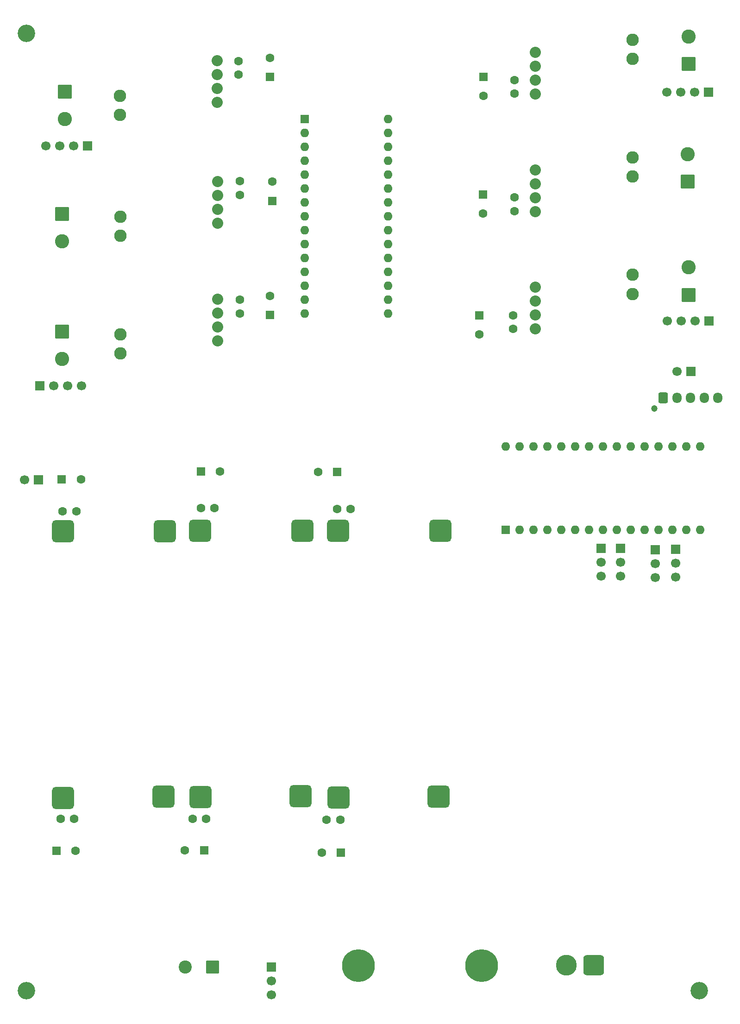
<source format=gbr>
%TF.GenerationSoftware,KiCad,Pcbnew,9.0.6*%
%TF.CreationDate,2025-12-16T10:50:30+01:00*%
%TF.ProjectId,Microver2025,4d696372-6f76-4657-9232-3032352e6b69,rev?*%
%TF.SameCoordinates,Original*%
%TF.FileFunction,Soldermask,Bot*%
%TF.FilePolarity,Negative*%
%FSLAX46Y46*%
G04 Gerber Fmt 4.6, Leading zero omitted, Abs format (unit mm)*
G04 Created by KiCad (PCBNEW 9.0.6) date 2025-12-16 10:50:30*
%MOMM*%
%LPD*%
G01*
G04 APERTURE LIST*
G04 Aperture macros list*
%AMRoundRect*
0 Rectangle with rounded corners*
0 $1 Rounding radius*
0 $2 $3 $4 $5 $6 $7 $8 $9 X,Y pos of 4 corners*
0 Add a 4 corners polygon primitive as box body*
4,1,4,$2,$3,$4,$5,$6,$7,$8,$9,$2,$3,0*
0 Add four circle primitives for the rounded corners*
1,1,$1+$1,$2,$3*
1,1,$1+$1,$4,$5*
1,1,$1+$1,$6,$7*
1,1,$1+$1,$8,$9*
0 Add four rect primitives between the rounded corners*
20,1,$1+$1,$2,$3,$4,$5,0*
20,1,$1+$1,$4,$5,$6,$7,0*
20,1,$1+$1,$6,$7,$8,$9,0*
20,1,$1+$1,$8,$9,$2,$3,0*%
G04 Aperture macros list end*
%ADD10C,1.600000*%
%ADD11RoundRect,0.250000X0.550000X-0.550000X0.550000X0.550000X-0.550000X0.550000X-0.550000X-0.550000X0*%
%ADD12RoundRect,0.250000X0.550000X0.550000X-0.550000X0.550000X-0.550000X-0.550000X0.550000X-0.550000X0*%
%ADD13R,1.600000X1.600000*%
%ADD14O,1.600000X1.600000*%
%ADD15C,3.200000*%
%ADD16R,1.700000X1.700000*%
%ADD17C,1.700000*%
%ADD18RoundRect,0.250000X-0.550000X-0.550000X0.550000X-0.550000X0.550000X0.550000X-0.550000X0.550000X0*%
%ADD19C,1.200000*%
%ADD20RoundRect,0.250000X-0.600000X-0.725000X0.600000X-0.725000X0.600000X0.725000X-0.600000X0.725000X0*%
%ADD21O,1.700000X1.950000*%
%ADD22RoundRect,0.250000X-1.050000X1.050000X-1.050000X-1.050000X1.050000X-1.050000X1.050000X1.050000X0*%
%ADD23C,2.600000*%
%ADD24C,2.032000*%
%ADD25C,2.286000*%
%ADD26RoundRect,0.600000X1.400000X-1.400000X1.400000X1.400000X-1.400000X1.400000X-1.400000X-1.400000X0*%
%ADD27RoundRect,0.250000X-0.550000X0.550000X-0.550000X-0.550000X0.550000X-0.550000X0.550000X0.550000X0*%
%ADD28RoundRect,0.250000X1.050000X-1.050000X1.050000X1.050000X-1.050000X1.050000X-1.050000X-1.050000X0*%
%ADD29RoundRect,0.250001X0.949999X0.949999X-0.949999X0.949999X-0.949999X-0.949999X0.949999X-0.949999X0*%
%ADD30C,2.400000*%
%ADD31RoundRect,0.760000X1.140000X1.140000X-1.140000X1.140000X-1.140000X-1.140000X1.140000X-1.140000X0*%
%ADD32C,3.800000*%
%ADD33C,6.000000*%
G04 APERTURE END LIST*
D10*
%TO.C,C6*%
X136500000Y-83000000D03*
D11*
X136500000Y-86500000D03*
%TD*%
D10*
%TO.C,C16*%
X146000000Y-184790000D03*
D12*
X149500000Y-184790000D03*
%TD*%
D13*
%TO.C,A2*%
X179600000Y-125766630D03*
D14*
X182140000Y-125766630D03*
X184680000Y-125766630D03*
X187220000Y-125766630D03*
X189760000Y-125766630D03*
X192300000Y-125766630D03*
X194840000Y-125766630D03*
X197380000Y-125766630D03*
X199920000Y-125766630D03*
X202460000Y-125766630D03*
X205000000Y-125766630D03*
X207540000Y-125766630D03*
X210080000Y-125766630D03*
X212620000Y-125766630D03*
X215160000Y-125766630D03*
X215160000Y-110526630D03*
X212620000Y-110526630D03*
X210080000Y-110526630D03*
X207540000Y-110526630D03*
X205000000Y-110526630D03*
X202460000Y-110526630D03*
X199920000Y-110526630D03*
X197380000Y-110526630D03*
X194840000Y-110526630D03*
X192300000Y-110526630D03*
X189760000Y-110526630D03*
X187220000Y-110526630D03*
X184680000Y-110526630D03*
X182140000Y-110526630D03*
X179600000Y-110526630D03*
%TD*%
D15*
%TO.C,H1*%
X92000000Y-35000000D03*
%TD*%
D16*
%TO.C,M4*%
X197040000Y-129180000D03*
D17*
X197040000Y-131720000D03*
X197040000Y-134260000D03*
%TD*%
D16*
%TO.C,J4*%
X94170000Y-116640000D03*
D17*
X91630000Y-116640000D03*
%TD*%
D12*
%TO.C,C15*%
X148855000Y-115190000D03*
D10*
X145355000Y-115190000D03*
%TD*%
D18*
%TO.C,C24*%
X98477349Y-116590000D03*
D10*
X101977349Y-116590000D03*
%TD*%
D19*
%TO.C,J11*%
X206850000Y-103650000D03*
D20*
X208450000Y-101650000D03*
D21*
X210950000Y-101650000D03*
X213450000Y-101650000D03*
X215950000Y-101650000D03*
X218450000Y-101650000D03*
%TD*%
D16*
%TO.C,M2*%
X206960000Y-129425000D03*
D17*
X206960000Y-131965000D03*
X206960000Y-134505000D03*
%TD*%
D12*
%TO.C,C19*%
X124500000Y-184390000D03*
D10*
X121000000Y-184390000D03*
%TD*%
%TO.C,C12*%
X181000000Y-89083370D03*
X181000000Y-86583370D03*
%TD*%
D16*
%TO.C,M1*%
X210735000Y-129350000D03*
D17*
X210735000Y-131890000D03*
X210735000Y-134430000D03*
%TD*%
D16*
%TO.C,J7*%
X103140000Y-55583370D03*
D17*
X100600000Y-55583370D03*
X98060000Y-55583370D03*
X95520000Y-55583370D03*
%TD*%
D15*
%TO.C,H2*%
X92000000Y-210000000D03*
%TD*%
D22*
%TO.C,J3*%
X98500000Y-68063370D03*
D23*
X98500000Y-73063370D03*
%TD*%
D24*
%TO.C,U5*%
X185027500Y-46138895D03*
X185027500Y-38518895D03*
X185027500Y-41058895D03*
X185027500Y-43598895D03*
D25*
X202807500Y-36210895D03*
X202807500Y-39710895D03*
%TD*%
D24*
%TO.C,U4*%
X127000000Y-83633370D03*
X127000000Y-91253370D03*
X127000000Y-88713370D03*
X127000000Y-86173370D03*
D25*
X109220000Y-93561370D03*
X109220000Y-90061370D03*
%TD*%
D10*
%TO.C,C22*%
X100750000Y-178590000D03*
X98250000Y-178590000D03*
%TD*%
D24*
%TO.C,U6*%
X185027500Y-67638895D03*
X185027500Y-60018895D03*
X185027500Y-62558895D03*
X185027500Y-65098895D03*
D25*
X202807500Y-57710895D03*
X202807500Y-61210895D03*
%TD*%
D24*
%TO.C,U8*%
X185052500Y-89088895D03*
X185052500Y-81468895D03*
X185052500Y-84008895D03*
X185052500Y-86548895D03*
D25*
X202832500Y-79160895D03*
X202832500Y-82660895D03*
%TD*%
D16*
%TO.C,J8*%
X216750000Y-45750000D03*
D17*
X214210000Y-45750000D03*
X211670000Y-45750000D03*
X209130000Y-45750000D03*
%TD*%
D18*
%TO.C,C23*%
X97500000Y-184500000D03*
D10*
X101000000Y-184500000D03*
%TD*%
D16*
%TO.C,J2*%
X216800000Y-87633370D03*
D17*
X214260000Y-87633370D03*
X211720000Y-87633370D03*
X209180000Y-87633370D03*
%TD*%
D10*
%TO.C,C11*%
X130800000Y-40083370D03*
X130800000Y-42583370D03*
%TD*%
D22*
%TO.C,J1*%
X99000000Y-45683370D03*
D23*
X99000000Y-50683370D03*
%TD*%
D26*
%TO.C,U9*%
X98700000Y-174790000D03*
X117040000Y-174600000D03*
X98680000Y-126050000D03*
X117360000Y-126050000D03*
%TD*%
D10*
%TO.C,C21*%
X123880000Y-121790000D03*
X126380000Y-121790000D03*
%TD*%
D27*
%TO.C,C4*%
X175600000Y-43000000D03*
D10*
X175600000Y-46500000D03*
%TD*%
%TO.C,C9*%
X131000000Y-62083370D03*
X131000000Y-64583370D03*
%TD*%
D24*
%TO.C,U2*%
X127000000Y-62133370D03*
X127000000Y-69753370D03*
X127000000Y-67213370D03*
X127000000Y-64673370D03*
D25*
X109220000Y-72061370D03*
X109220000Y-68561370D03*
%TD*%
D10*
%TO.C,C3*%
X181200000Y-67533370D03*
X181200000Y-65033370D03*
%TD*%
D28*
%TO.C,J9*%
X213080000Y-40658895D03*
D23*
X213080000Y-35658895D03*
%TD*%
D10*
%TO.C,C8*%
X137000000Y-62152651D03*
D11*
X137000000Y-65652651D03*
%TD*%
D16*
%TO.C,J5*%
X94500000Y-99500000D03*
D17*
X97040000Y-99500000D03*
X99580000Y-99500000D03*
X102120000Y-99500000D03*
%TD*%
D22*
%TO.C,J6*%
X98500000Y-89563370D03*
D23*
X98500000Y-94563370D03*
%TD*%
D29*
%TO.C,C1*%
X126030000Y-205690000D03*
D30*
X121030000Y-205690000D03*
%TD*%
D10*
%TO.C,C18*%
X122380000Y-178590000D03*
X124880000Y-178590000D03*
%TD*%
D13*
%TO.C,A1*%
X142907500Y-50737845D03*
D14*
X142907500Y-53277845D03*
X142907500Y-55817845D03*
X142907500Y-58357845D03*
X142907500Y-60897845D03*
X142907500Y-63437845D03*
X142907500Y-65977845D03*
X142907500Y-68517845D03*
X142907500Y-71057845D03*
X142907500Y-73597845D03*
X142907500Y-76137845D03*
X142907500Y-78677845D03*
X142907500Y-81217845D03*
X142907500Y-83757845D03*
X142907500Y-86297845D03*
X158147500Y-86297845D03*
X158147500Y-83757845D03*
X158147500Y-81217845D03*
X158147500Y-78677845D03*
X158147500Y-76137845D03*
X158147500Y-73597845D03*
X158147500Y-71057845D03*
X158147500Y-68517845D03*
X158147500Y-65977845D03*
X158147500Y-63437845D03*
X158147500Y-60897845D03*
X158147500Y-58357845D03*
X158147500Y-55817845D03*
X158147500Y-53277845D03*
X158147500Y-50737845D03*
%TD*%
D15*
%TO.C,H3*%
X215000000Y-210000000D03*
%TD*%
D10*
%TO.C,C14*%
X148800000Y-121990000D03*
X151300000Y-121990000D03*
%TD*%
%TO.C,C7*%
X131000000Y-83733370D03*
X131000000Y-86233370D03*
%TD*%
D27*
%TO.C,C2*%
X175500000Y-64500000D03*
D10*
X175500000Y-68000000D03*
%TD*%
D28*
%TO.C,J12*%
X213080000Y-82833370D03*
D23*
X213080000Y-77833370D03*
%TD*%
D24*
%TO.C,U1*%
X126852500Y-40028895D03*
X126852500Y-47648895D03*
X126852500Y-45108895D03*
X126852500Y-42568895D03*
D25*
X109072500Y-49956895D03*
X109072500Y-46456895D03*
%TD*%
D31*
%TO.C,J14*%
X195700000Y-205400000D03*
D32*
X190700000Y-205400000D03*
%TD*%
D16*
%TO.C,SW1*%
X136750000Y-205750000D03*
D17*
X136750000Y-208290000D03*
X136750000Y-210830000D03*
%TD*%
D18*
%TO.C,C20*%
X123880000Y-115140000D03*
D10*
X127380000Y-115140000D03*
%TD*%
%TO.C,C13*%
X174800000Y-90080719D03*
D27*
X174800000Y-86580719D03*
%TD*%
D28*
%TO.C,J10*%
X212907500Y-62158895D03*
D23*
X212907500Y-57158895D03*
%TD*%
D16*
%TO.C,J13*%
X213470000Y-96800000D03*
D17*
X210930000Y-96800000D03*
%TD*%
D26*
%TO.C,U3*%
X149040000Y-174730000D03*
X167380000Y-174540000D03*
X149020000Y-125990000D03*
X167700000Y-125990000D03*
%TD*%
D33*
%TO.C,F1*%
X175250000Y-205500000D03*
X152750000Y-205500000D03*
%TD*%
D10*
%TO.C,C17*%
X146880000Y-178790000D03*
X149380000Y-178790000D03*
%TD*%
%TO.C,C25*%
X98630000Y-122390000D03*
X101130000Y-122390000D03*
%TD*%
D11*
%TO.C,C10*%
X136500000Y-43000000D03*
D10*
X136500000Y-39500000D03*
%TD*%
D26*
%TO.C,U10*%
X123800000Y-174680000D03*
X142140000Y-174490000D03*
X123780000Y-125940000D03*
X142460000Y-125940000D03*
%TD*%
D16*
%TO.C,M3*%
X200630000Y-129200000D03*
D17*
X200630000Y-131740000D03*
X200630000Y-134280000D03*
%TD*%
D10*
%TO.C,C5*%
X181200000Y-46083370D03*
X181200000Y-43583370D03*
%TD*%
M02*

</source>
